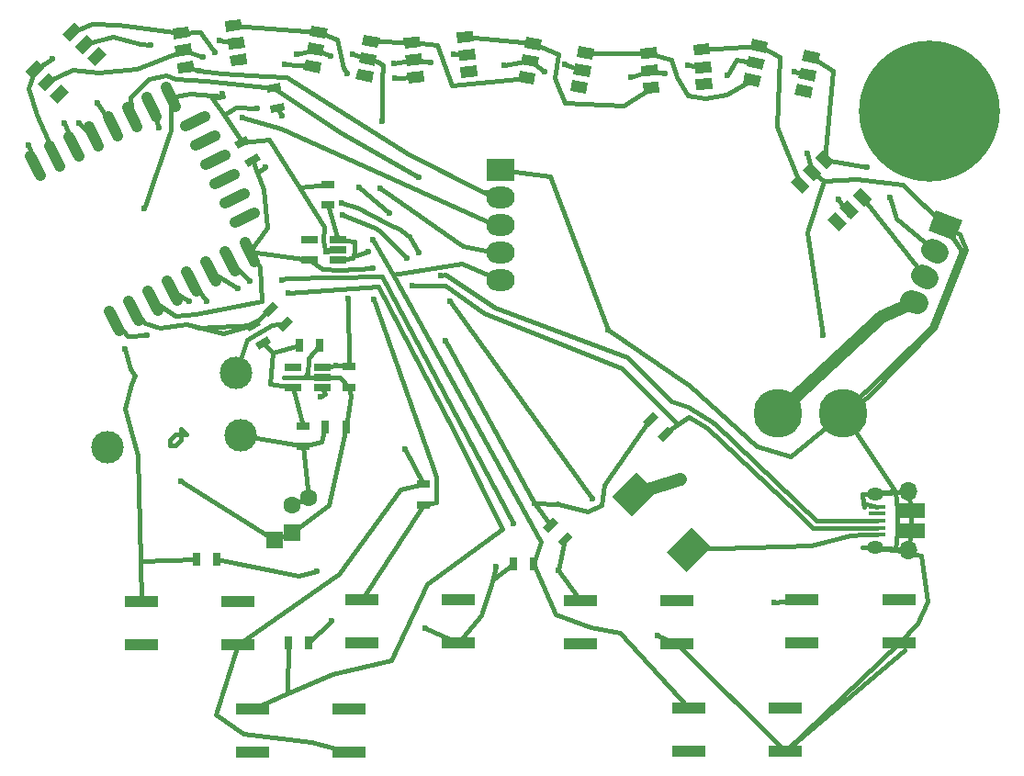
<source format=gtl>
G04 #@! TF.FileFunction,Copper,L1,Top,Signal*
%FSLAX46Y46*%
G04 Gerber Fmt 4.6, Leading zero omitted, Abs format (unit mm)*
G04 Created by KiCad (PCBNEW 4.0.7-e2-6376~58~ubuntu16.04.1) date Wed Apr 11 02:03:13 2018*
%MOMM*%
%LPD*%
G01*
G04 APERTURE LIST*
%ADD10C,0.100000*%
%ADD11R,0.700000X1.300000*%
%ADD12R,1.300000X0.700000*%
%ADD13C,1.000000*%
%ADD14C,2.000000*%
%ADD15R,1.600000X1.600000*%
%ADD16C,1.600000*%
%ADD17R,1.560000X0.650000*%
%ADD18R,3.100000X1.000000*%
%ADD19C,4.500000*%
%ADD20R,1.650000X0.400000*%
%ADD21O,1.500000X1.200000*%
%ADD22O,1.700000X1.700000*%
%ADD23R,2.500000X1.430000*%
%ADD24C,13.000000*%
%ADD25R,2.600000X2.000000*%
%ADD26O,2.600000X2.000000*%
%ADD27C,3.000000*%
%ADD28C,0.600000*%
%ADD29C,0.381000*%
%ADD30C,1.143000*%
G04 APERTURE END LIST*
D10*
D11*
X116590000Y-62410000D03*
X118490000Y-62410000D03*
D10*
G36*
X113261142Y-59280381D02*
X114180381Y-58361142D01*
X114675356Y-58856117D01*
X113756117Y-59775356D01*
X113261142Y-59280381D01*
X113261142Y-59280381D01*
G37*
G36*
X114604644Y-60623883D02*
X115523883Y-59704644D01*
X116018858Y-60199619D01*
X115099619Y-61118858D01*
X114604644Y-60623883D01*
X114604644Y-60623883D01*
G37*
D11*
X119020000Y-70000000D03*
X120920000Y-70000000D03*
D12*
X121170000Y-64400000D03*
X121170000Y-66300000D03*
D10*
G36*
X113032917Y-45340833D02*
X111907083Y-45990833D01*
X111557083Y-45384615D01*
X112682917Y-44734615D01*
X113032917Y-45340833D01*
X113032917Y-45340833D01*
G37*
G36*
X112082917Y-43695385D02*
X110957083Y-44345385D01*
X110607083Y-43739167D01*
X111732917Y-43089167D01*
X112082917Y-43695385D01*
X112082917Y-43695385D01*
G37*
D12*
X119220000Y-49510000D03*
X119220000Y-47610000D03*
D13*
X100012894Y-61041031D02*
X99104914Y-59259017D01*
X101794907Y-60133050D02*
X100886927Y-58351036D01*
X103576921Y-59225069D02*
X102668941Y-57443055D01*
X105358934Y-58317088D02*
X104450954Y-56535074D01*
X107140947Y-57409107D02*
X106232967Y-55627093D01*
X108922960Y-56501126D02*
X108014980Y-54719112D01*
X110704973Y-55593145D02*
X109796993Y-53811131D01*
X112486986Y-54685164D02*
X111579006Y-52903150D01*
X112453038Y-50213157D02*
X110671024Y-51121137D01*
X111545057Y-48431144D02*
X109763043Y-49339124D01*
X110637076Y-46649131D02*
X108855062Y-47557111D01*
X109729095Y-44867117D02*
X107947081Y-45775097D01*
X108821114Y-43085104D02*
X107039100Y-43993084D01*
X107913133Y-41303091D02*
X106131119Y-42211071D01*
X104315158Y-38647045D02*
X105223138Y-40429059D01*
X102533145Y-39555026D02*
X103441125Y-41337040D01*
X100751132Y-40463007D02*
X101659112Y-42245021D01*
X98969119Y-41370988D02*
X99877099Y-43153002D01*
X97187106Y-42278969D02*
X98095086Y-44060983D01*
X95405093Y-43186950D02*
X96313073Y-44968964D01*
X93623079Y-44094931D02*
X94531059Y-45876945D01*
X91841066Y-45002912D02*
X92749046Y-46784926D01*
D10*
G36*
X175329268Y-49965828D02*
X177739946Y-50939805D01*
X176990732Y-52794172D01*
X174580054Y-51820195D01*
X175329268Y-49965828D01*
X175329268Y-49965828D01*
G37*
D14*
X175486654Y-53847429D02*
X174930344Y-53622665D01*
X174535154Y-56202476D02*
X173978844Y-55977712D01*
X173583653Y-58557523D02*
X173027343Y-58332759D01*
D15*
X115900000Y-79680000D03*
D16*
X115900000Y-77180000D03*
D15*
X114300000Y-80350937D03*
D16*
X117500000Y-76509063D03*
D10*
G36*
X114002917Y-62180833D02*
X112877083Y-62830833D01*
X112527083Y-62224615D01*
X113652917Y-61574615D01*
X114002917Y-62180833D01*
X114002917Y-62180833D01*
G37*
G36*
X113052917Y-60535385D02*
X111927083Y-61185385D01*
X111577083Y-60579167D01*
X112702917Y-59929167D01*
X113052917Y-60535385D01*
X113052917Y-60535385D01*
G37*
G36*
X115275868Y-40787378D02*
X113995618Y-41013121D01*
X113874064Y-40323756D01*
X115154314Y-40098013D01*
X115275868Y-40787378D01*
X115275868Y-40787378D01*
G37*
G36*
X114945936Y-38916244D02*
X113665686Y-39141987D01*
X113544132Y-38452622D01*
X114824382Y-38226879D01*
X114945936Y-38916244D01*
X114945936Y-38916244D01*
G37*
D11*
X136320000Y-82600000D03*
X138220000Y-82600000D03*
D12*
X116960000Y-69840000D03*
X116960000Y-71740000D03*
X128020000Y-77150000D03*
X128020000Y-75250000D03*
D17*
X118720000Y-66320000D03*
X118720000Y-65370000D03*
X118720000Y-64420000D03*
X116020000Y-64420000D03*
X116020000Y-66320000D03*
X120210000Y-54590000D03*
X120210000Y-53640000D03*
X120210000Y-52690000D03*
X117510000Y-52690000D03*
X117510000Y-54590000D03*
D10*
G36*
X98100559Y-34905076D02*
X98807665Y-35612182D01*
X97747005Y-36672842D01*
X97039899Y-35965736D01*
X98100559Y-34905076D01*
X98100559Y-34905076D01*
G37*
G36*
X97004544Y-33809061D02*
X97711650Y-34516167D01*
X96650990Y-35576827D01*
X95943884Y-34869721D01*
X97004544Y-33809061D01*
X97004544Y-33809061D01*
G37*
G36*
X95837818Y-32642335D02*
X96544924Y-33349441D01*
X95484264Y-34410101D01*
X94777158Y-33702995D01*
X95837818Y-32642335D01*
X95837818Y-32642335D01*
G37*
G36*
X92372995Y-36107158D02*
X93080101Y-36814264D01*
X92019441Y-37874924D01*
X91312335Y-37167818D01*
X92372995Y-36107158D01*
X92372995Y-36107158D01*
G37*
G36*
X93504365Y-37238529D02*
X94211471Y-37945635D01*
X93150811Y-39006295D01*
X92443705Y-38299189D01*
X93504365Y-37238529D01*
X93504365Y-37238529D01*
G37*
G36*
X94635736Y-38369899D02*
X95342842Y-39077005D01*
X94282182Y-40137665D01*
X93575076Y-39430559D01*
X94635736Y-38369899D01*
X94635736Y-38369899D01*
G37*
G36*
X111671949Y-35513941D02*
X111811122Y-36504209D01*
X110325719Y-36712969D01*
X110186546Y-35722701D01*
X111671949Y-35513941D01*
X111671949Y-35513941D01*
G37*
G36*
X111456230Y-33979025D02*
X111595403Y-34969293D01*
X110110000Y-35178053D01*
X109970827Y-34187785D01*
X111456230Y-33979025D01*
X111456230Y-33979025D01*
G37*
G36*
X111226595Y-32345083D02*
X111365768Y-33335351D01*
X109880365Y-33544111D01*
X109741192Y-32553843D01*
X111226595Y-32345083D01*
X111226595Y-32345083D01*
G37*
G36*
X106374281Y-33027031D02*
X106513454Y-34017299D01*
X105028051Y-34226059D01*
X104888878Y-33235791D01*
X106374281Y-33027031D01*
X106374281Y-33027031D01*
G37*
G36*
X106596958Y-34611460D02*
X106736131Y-35601728D01*
X105250728Y-35810488D01*
X105111555Y-34820220D01*
X106596958Y-34611460D01*
X106596958Y-34611460D01*
G37*
G36*
X106819635Y-36195889D02*
X106958808Y-37186157D01*
X105473405Y-37394917D01*
X105334232Y-36404649D01*
X106819635Y-36195889D01*
X106819635Y-36195889D01*
G37*
G36*
X123470372Y-37188962D02*
X123296724Y-38173770D01*
X121819512Y-37913298D01*
X121993160Y-36928490D01*
X123470372Y-37188962D01*
X123470372Y-37188962D01*
G37*
G36*
X123739527Y-35662510D02*
X123565879Y-36647318D01*
X122088667Y-36386846D01*
X122262315Y-35402038D01*
X123739527Y-35662510D01*
X123739527Y-35662510D01*
G37*
G36*
X124026046Y-34037578D02*
X123852398Y-35022386D01*
X122375186Y-34761914D01*
X122548834Y-33777106D01*
X124026046Y-34037578D01*
X124026046Y-34037578D01*
G37*
G36*
X119200488Y-33186702D02*
X119026840Y-34171510D01*
X117549628Y-33911038D01*
X117723276Y-32926230D01*
X119200488Y-33186702D01*
X119200488Y-33186702D01*
G37*
G36*
X118922651Y-34762394D02*
X118749003Y-35747202D01*
X117271791Y-35486730D01*
X117445439Y-34501922D01*
X118922651Y-34762394D01*
X118922651Y-34762394D01*
G37*
G36*
X118644814Y-36338086D02*
X118471166Y-37322894D01*
X116993954Y-37062422D01*
X117167602Y-36077614D01*
X118644814Y-36338086D01*
X118644814Y-36338086D01*
G37*
G36*
X132917451Y-36609483D02*
X133021980Y-37604005D01*
X131530197Y-37760797D01*
X131425668Y-36766275D01*
X132917451Y-36609483D01*
X132917451Y-36609483D01*
G37*
G36*
X132755432Y-35067974D02*
X132859961Y-36062496D01*
X131368178Y-36219288D01*
X131263649Y-35224766D01*
X132755432Y-35067974D01*
X132755432Y-35067974D01*
G37*
G36*
X132582960Y-33427013D02*
X132687489Y-34421535D01*
X131195706Y-34578327D01*
X131091177Y-33583805D01*
X132582960Y-33427013D01*
X132582960Y-33427013D01*
G37*
G36*
X127709803Y-33939203D02*
X127814332Y-34933725D01*
X126322549Y-35090517D01*
X126218020Y-34095995D01*
X127709803Y-33939203D01*
X127709803Y-33939203D01*
G37*
G36*
X127877048Y-35530438D02*
X127981577Y-36524960D01*
X126489794Y-36681752D01*
X126385265Y-35687230D01*
X127877048Y-35530438D01*
X127877048Y-35530438D01*
G37*
G36*
X128044294Y-37121673D02*
X128148823Y-38116195D01*
X126657040Y-38272987D01*
X126552511Y-37278465D01*
X128044294Y-37121673D01*
X128044294Y-37121673D01*
G37*
G36*
X143240372Y-38248962D02*
X143066724Y-39233770D01*
X141589512Y-38973298D01*
X141763160Y-37988490D01*
X143240372Y-38248962D01*
X143240372Y-38248962D01*
G37*
G36*
X143509527Y-36722510D02*
X143335879Y-37707318D01*
X141858667Y-37446846D01*
X142032315Y-36462038D01*
X143509527Y-36722510D01*
X143509527Y-36722510D01*
G37*
G36*
X143796046Y-35097578D02*
X143622398Y-36082386D01*
X142145186Y-35821914D01*
X142318834Y-34837106D01*
X143796046Y-35097578D01*
X143796046Y-35097578D01*
G37*
G36*
X138970488Y-34246702D02*
X138796840Y-35231510D01*
X137319628Y-34971038D01*
X137493276Y-33986230D01*
X138970488Y-34246702D01*
X138970488Y-34246702D01*
G37*
G36*
X138692651Y-35822394D02*
X138519003Y-36807202D01*
X137041791Y-36546730D01*
X137215439Y-35561922D01*
X138692651Y-35822394D01*
X138692651Y-35822394D01*
G37*
G36*
X138414814Y-37398086D02*
X138241166Y-38382894D01*
X136763954Y-38122422D01*
X136937602Y-37137614D01*
X138414814Y-37398086D01*
X138414814Y-37398086D01*
G37*
G36*
X154638937Y-37794100D02*
X154708693Y-38791664D01*
X153212347Y-38896298D01*
X153142591Y-37898734D01*
X154638937Y-37794100D01*
X154638937Y-37794100D01*
G37*
G36*
X154530815Y-36247876D02*
X154600571Y-37245440D01*
X153104225Y-37350074D01*
X153034469Y-36352510D01*
X154530815Y-36247876D01*
X154530815Y-36247876D01*
G37*
G36*
X154415717Y-34601895D02*
X154485473Y-35599459D01*
X152989127Y-35704093D01*
X152919371Y-34706529D01*
X154415717Y-34601895D01*
X154415717Y-34601895D01*
G37*
G36*
X149527653Y-34943702D02*
X149597409Y-35941266D01*
X148101063Y-36045900D01*
X148031307Y-35048336D01*
X149527653Y-34943702D01*
X149527653Y-34943702D01*
G37*
G36*
X149639263Y-36539804D02*
X149709019Y-37537368D01*
X148212673Y-37642002D01*
X148142917Y-36644438D01*
X149639263Y-36539804D01*
X149639263Y-36539804D01*
G37*
G36*
X149750873Y-38135907D02*
X149820629Y-39133471D01*
X148324283Y-39238105D01*
X148254527Y-38240541D01*
X149750873Y-38135907D01*
X149750873Y-38135907D01*
G37*
G36*
X163961370Y-38646280D02*
X163753458Y-39624428D01*
X162286236Y-39312560D01*
X162494148Y-38334412D01*
X163961370Y-38646280D01*
X163961370Y-38646280D01*
G37*
G36*
X164283633Y-37130151D02*
X164075721Y-38108299D01*
X162608499Y-37796431D01*
X162816411Y-36818283D01*
X164283633Y-37130151D01*
X164283633Y-37130151D01*
G37*
G36*
X164626687Y-35516207D02*
X164418775Y-36494355D01*
X162951553Y-36182487D01*
X163159465Y-35204339D01*
X164626687Y-35516207D01*
X164626687Y-35516207D01*
G37*
G36*
X159833764Y-34497440D02*
X159625852Y-35475588D01*
X158158630Y-35163720D01*
X158366542Y-34185572D01*
X159833764Y-34497440D01*
X159833764Y-34497440D01*
G37*
G36*
X159501105Y-36062476D02*
X159293193Y-37040624D01*
X157825971Y-36728756D01*
X158033883Y-35750608D01*
X159501105Y-36062476D01*
X159501105Y-36062476D01*
G37*
G36*
X159168447Y-37627513D02*
X158960535Y-38605661D01*
X157493313Y-38293793D01*
X157701225Y-37315645D01*
X159168447Y-37627513D01*
X159168447Y-37627513D01*
G37*
G36*
X167104924Y-51200559D02*
X166397818Y-51907665D01*
X165337158Y-50847005D01*
X166044264Y-50139899D01*
X167104924Y-51200559D01*
X167104924Y-51200559D01*
G37*
G36*
X168200939Y-50104544D02*
X167493833Y-50811650D01*
X166433173Y-49750990D01*
X167140279Y-49043884D01*
X168200939Y-50104544D01*
X168200939Y-50104544D01*
G37*
G36*
X169367665Y-48937818D02*
X168660559Y-49644924D01*
X167599899Y-48584264D01*
X168307005Y-47877158D01*
X169367665Y-48937818D01*
X169367665Y-48937818D01*
G37*
G36*
X165902842Y-45472995D02*
X165195736Y-46180101D01*
X164135076Y-45119441D01*
X164842182Y-44412335D01*
X165902842Y-45472995D01*
X165902842Y-45472995D01*
G37*
G36*
X164771471Y-46604365D02*
X164064365Y-47311471D01*
X163003705Y-46250811D01*
X163710811Y-45543705D01*
X164771471Y-46604365D01*
X164771471Y-46604365D01*
G37*
G36*
X163640101Y-47735736D02*
X162932995Y-48442842D01*
X161872335Y-47382182D01*
X162579441Y-46675076D01*
X163640101Y-47735736D01*
X163640101Y-47735736D01*
G37*
D18*
X102055000Y-86040000D03*
X102055000Y-90040000D03*
X110965000Y-90040000D03*
X110965000Y-86040000D03*
X112275000Y-95930000D03*
X112275000Y-99930000D03*
X121185000Y-99930000D03*
X121185000Y-95930000D03*
X122335000Y-85870000D03*
X122335000Y-89870000D03*
X131245000Y-89870000D03*
X131245000Y-85870000D03*
X142535000Y-85930000D03*
X142535000Y-89930000D03*
X151445000Y-89930000D03*
X151445000Y-85930000D03*
X162955000Y-85860000D03*
X162955000Y-89860000D03*
X171865000Y-89860000D03*
X171865000Y-85860000D03*
X152515000Y-95840000D03*
X152515000Y-99840000D03*
X161425000Y-99840000D03*
X161425000Y-95840000D03*
D19*
X166700000Y-68700000D03*
X160700000Y-68700000D03*
D20*
X169860000Y-79900000D03*
X169860000Y-79250000D03*
X169860000Y-78600000D03*
X169860000Y-77950000D03*
X169860000Y-77300000D03*
D21*
X169740000Y-81020000D03*
X169740000Y-76180000D03*
D22*
X172740000Y-81330000D03*
X172740000Y-75870000D03*
D23*
X172980000Y-79560000D03*
X172980000Y-77640000D03*
D10*
G36*
X150474974Y-81467716D02*
X152737716Y-79204974D01*
X154576194Y-81043452D01*
X152313452Y-83306194D01*
X150474974Y-81467716D01*
X150474974Y-81467716D01*
G37*
G36*
X145383806Y-76376548D02*
X147646548Y-74113806D01*
X149485026Y-75952284D01*
X147222284Y-78215026D01*
X145383806Y-76376548D01*
X145383806Y-76376548D01*
G37*
G36*
X148281142Y-69450381D02*
X149200381Y-68531142D01*
X149695356Y-69026117D01*
X148776117Y-69945356D01*
X148281142Y-69450381D01*
X148281142Y-69450381D01*
G37*
G36*
X149624644Y-70793883D02*
X150543883Y-69874644D01*
X151038858Y-70369619D01*
X150119619Y-71288858D01*
X149624644Y-70793883D01*
X149624644Y-70793883D01*
G37*
D24*
X174680000Y-40850000D03*
D25*
X135128000Y-46228000D03*
D26*
X135128000Y-48768000D03*
X135128000Y-51308000D03*
X135128000Y-53848000D03*
X135128000Y-56388000D03*
D27*
X98920515Y-71820000D03*
X110785064Y-64970000D03*
X111220000Y-70723332D03*
D11*
X107120000Y-82140000D03*
X109020000Y-82140000D03*
X115560000Y-89840000D03*
X117460000Y-89840000D03*
D10*
G36*
X141808858Y-80089619D02*
X140889619Y-81008858D01*
X140394644Y-80513883D01*
X141313883Y-79594644D01*
X141808858Y-80089619D01*
X141808858Y-80089619D01*
G37*
G36*
X140465356Y-78746117D02*
X139546117Y-79665356D01*
X139051142Y-79170381D01*
X139970381Y-78251142D01*
X140465356Y-78746117D01*
X140465356Y-78746117D01*
G37*
D28*
X112760000Y-40580000D03*
X126340000Y-71970000D03*
X105670000Y-74990000D03*
X145080000Y-60990000D03*
X149620000Y-89170000D03*
X102320000Y-49840000D03*
X117350000Y-65210000D03*
X119080000Y-53785000D03*
X164900000Y-61525000D03*
X163475000Y-44730000D03*
X156060000Y-37570000D03*
X150285000Y-37350000D03*
X139210000Y-37185000D03*
X147220000Y-37675000D03*
X128750000Y-36350000D03*
X119480000Y-35785000D03*
X125365000Y-36460000D03*
X116350000Y-35560000D03*
X109515000Y-39245000D03*
X107690000Y-35800000D03*
X135480000Y-36575000D03*
X121090000Y-58085000D03*
X118530000Y-67140000D03*
X120005000Y-64315000D03*
X122935000Y-53765000D03*
X151770000Y-74825000D03*
X166340000Y-48960000D03*
X162280000Y-37170000D03*
X152400000Y-36580000D03*
X141110000Y-36530000D03*
X130830000Y-35620000D03*
X121550000Y-35620000D03*
X109210000Y-34310000D03*
X102920000Y-34750000D03*
X124250000Y-41800000D03*
X124090000Y-47970000D03*
X119580000Y-87820000D03*
X118190000Y-83260000D03*
X128190000Y-88510000D03*
X130048000Y-61976000D03*
X123430000Y-55320000D03*
X134700000Y-82840000D03*
X138330000Y-76975000D03*
X113445000Y-46005000D03*
X114970000Y-41230000D03*
X106440000Y-58400000D03*
X102570000Y-61500000D03*
X108100000Y-58320000D03*
X100570000Y-62775000D03*
X115030000Y-56390000D03*
X112045000Y-56470000D03*
X140515000Y-83170000D03*
X136370000Y-78840000D03*
X122100000Y-47835000D03*
X124905000Y-50250000D03*
X123495000Y-58225000D03*
X103630000Y-42365000D03*
X127600000Y-46910000D03*
X130480000Y-58395000D03*
X143610000Y-76585000D03*
X160430000Y-86110000D03*
X98005000Y-40050000D03*
X123425000Y-52650000D03*
X107420000Y-37130000D03*
X93840000Y-36050000D03*
X171095000Y-48790000D03*
X168960000Y-46025000D03*
X108800000Y-35410000D03*
X115260000Y-36545000D03*
X121035000Y-37370000D03*
X125425000Y-37780000D03*
X111375000Y-41405000D03*
X91630000Y-43930000D03*
X110905000Y-57160000D03*
X115595000Y-57570000D03*
X120520000Y-49330000D03*
X94975000Y-41960000D03*
X129640000Y-56010000D03*
X127630000Y-53890000D03*
X127000000Y-56896000D03*
X126492000Y-54356000D03*
X96255000Y-41910000D03*
X120585000Y-50370000D03*
D29*
X105156000Y-71628000D02*
X105664000Y-71120000D01*
X105664000Y-71120000D02*
X105664000Y-70104000D01*
X105664000Y-70104000D02*
X106172000Y-70612000D01*
X106172000Y-70612000D02*
X105156000Y-70612000D01*
X105156000Y-70612000D02*
X104648000Y-71120000D01*
X104648000Y-71120000D02*
X104648000Y-71628000D01*
X104648000Y-71628000D02*
X105156000Y-71628000D01*
X116020000Y-66320000D02*
X113870000Y-66000000D01*
X113870000Y-66000000D02*
X114160000Y-63110000D01*
X116590000Y-62410000D02*
X114160000Y-63110000D01*
X116020000Y-66320000D02*
X116960000Y-69840000D01*
X114160000Y-63110000D02*
X113265000Y-62202724D01*
X112760000Y-40580000D02*
X110800000Y-40480000D01*
X110800000Y-40480000D02*
X109648676Y-41212661D01*
X128020000Y-75250000D02*
X126340000Y-71970000D01*
X110965000Y-90040000D02*
X120250000Y-83480000D01*
X120250000Y-83480000D02*
X125900000Y-75720000D01*
X125900000Y-75720000D02*
X128020000Y-75250000D01*
X114300000Y-80350937D02*
X105670000Y-74990000D01*
X120920000Y-70000000D02*
X119360000Y-77170000D01*
X119360000Y-77170000D02*
X115900000Y-79680000D01*
X120920000Y-70000000D02*
X121385547Y-67075410D01*
X121385547Y-67075410D02*
X121385547Y-67075409D01*
X118490000Y-62410000D02*
X117470000Y-63570000D01*
X117470000Y-63570000D02*
X117350000Y-65210000D01*
X172740000Y-81330000D02*
X169740000Y-81020000D01*
X172980000Y-79560000D02*
X172740000Y-81330000D01*
X172980000Y-77640000D02*
X172980000Y-79560000D01*
X172740000Y-75870000D02*
X172980000Y-77640000D01*
X169740000Y-76180000D02*
X172740000Y-75870000D01*
X168620000Y-77020000D02*
X169860000Y-77300000D01*
X166700000Y-68700000D02*
X168930000Y-67220000D01*
X168930000Y-67220000D02*
X175210000Y-60840000D01*
X175210000Y-60840000D02*
X178090000Y-53640000D01*
X178090000Y-53640000D02*
X177470000Y-52220000D01*
X177470000Y-52220000D02*
X176160000Y-51380000D01*
X176160000Y-51380000D02*
X177640000Y-53700000D01*
X177640000Y-53700000D02*
X174900000Y-60690000D01*
X174900000Y-60690000D02*
X166700000Y-68700000D01*
X145080000Y-60990000D02*
X139730000Y-46860000D01*
X139730000Y-46860000D02*
X135128000Y-46228000D01*
X166700000Y-68700000D02*
X161890000Y-72630000D01*
X161890000Y-72630000D02*
X158780000Y-71740000D01*
X158780000Y-71740000D02*
X152640000Y-66140000D01*
X152640000Y-66140000D02*
X145080000Y-60990000D01*
X149620000Y-89170000D02*
X151445000Y-89930000D01*
X104769148Y-39538052D02*
X104740000Y-42630000D01*
X104740000Y-42630000D02*
X102320000Y-49840000D01*
X119220000Y-47610000D02*
X116580359Y-47884391D01*
X116580359Y-47884391D02*
X116580359Y-47884390D01*
X118720000Y-65370000D02*
X120335000Y-65400000D01*
X120335000Y-65400000D02*
X121170000Y-66300000D01*
X121170000Y-66300000D02*
X121385547Y-67075409D01*
X116930441Y-65364916D02*
X117350000Y-65210000D01*
X119080000Y-53785000D02*
X120210000Y-53640000D01*
X115900000Y-79680000D02*
X114300000Y-80350937D01*
X161425000Y-99840000D02*
X171865000Y-89860000D01*
X164979064Y-47284265D02*
X163450000Y-52025000D01*
X163450000Y-52025000D02*
X164900000Y-61525000D01*
X163887588Y-46427588D02*
X164979064Y-47284265D01*
X164979064Y-47284265D02*
X164980000Y-47285000D01*
X164980000Y-47285000D02*
X167985000Y-47080000D01*
X167985000Y-47080000D02*
X172210000Y-47630000D01*
X172210000Y-47630000D02*
X176160000Y-51380000D01*
X163475000Y-44730000D02*
X163887588Y-46427588D01*
X158663538Y-36395616D02*
X156930000Y-36130000D01*
X156930000Y-36130000D02*
X156910000Y-36130000D01*
X156910000Y-36130000D02*
X156060000Y-37570000D01*
X150285000Y-37350000D02*
X148925968Y-37090903D01*
X137867221Y-36184562D02*
X139210000Y-37185000D01*
X147220000Y-37675000D02*
X148925968Y-37090903D01*
X127183421Y-36106095D02*
X128750000Y-36350000D01*
X135480000Y-36575000D02*
X137867221Y-36184562D01*
X118097221Y-35124562D02*
X119480000Y-35785000D01*
X125365000Y-36460000D02*
X127183421Y-36106095D01*
X110965000Y-90040000D02*
X108910000Y-96450000D01*
X108910000Y-96450000D02*
X111455000Y-98210000D01*
X111455000Y-98210000D02*
X117710000Y-99020000D01*
X117710000Y-99020000D02*
X121185000Y-99930000D01*
X171865000Y-89860000D02*
X173590000Y-88095000D01*
X173590000Y-88095000D02*
X174540000Y-86025000D01*
X174540000Y-86025000D02*
X173900000Y-81835000D01*
X173900000Y-81835000D02*
X171530000Y-81330000D01*
X161425000Y-99840000D02*
X172375000Y-90500000D01*
X151445000Y-89930000D02*
X161425000Y-99840000D01*
X171530000Y-81330000D02*
X168530000Y-81020000D01*
X171770000Y-79560000D02*
X171530000Y-81330000D01*
X171770000Y-77640000D02*
X171770000Y-79560000D01*
X171770000Y-77640000D02*
X171530000Y-75870000D01*
X168530000Y-76180000D02*
X168620000Y-77020000D01*
X168620000Y-77020000D02*
X168650000Y-77300000D01*
X171530000Y-75870000D02*
X168530000Y-76180000D01*
X166700000Y-68700000D02*
X171530000Y-75870000D01*
X118097221Y-35124562D02*
X116350000Y-35560000D01*
X93327588Y-38122412D02*
X95690000Y-37020000D01*
X101590000Y-36930000D02*
X105923843Y-35210974D01*
X98080000Y-37260000D02*
X101590000Y-36930000D01*
X95690000Y-37020000D02*
X98080000Y-37260000D01*
X105923843Y-35210974D02*
X107690000Y-35800000D01*
X109515000Y-39245000D02*
X109549293Y-39459502D01*
X120210000Y-53640000D02*
X119010000Y-53600000D01*
X113790000Y-43480000D02*
X111345000Y-43717276D01*
X118890000Y-51530000D02*
X116580359Y-47884390D01*
X116580359Y-47884390D02*
X113790000Y-43480000D01*
X118810000Y-52770000D02*
X118890000Y-51530000D01*
X119010000Y-53600000D02*
X118810000Y-52770000D01*
X111345000Y-43717276D02*
X109648676Y-41212661D01*
X109648676Y-41212661D02*
X108570000Y-39620000D01*
X106510000Y-39230000D02*
X104769148Y-39538052D01*
X108570000Y-39620000D02*
X109549293Y-39459502D01*
X109549293Y-39459502D02*
X106510000Y-39230000D01*
X115200000Y-65360000D02*
X116930441Y-65364916D01*
X116930441Y-65364916D02*
X118720000Y-65370000D01*
X112315000Y-60557276D02*
X113968249Y-59068249D01*
X112315000Y-60557276D02*
X107271751Y-60788249D01*
X107271751Y-60788249D02*
X106910288Y-60649715D01*
X106910288Y-60649715D02*
X107271751Y-60788249D01*
X109581751Y-61298249D02*
X106170000Y-60470000D01*
X102390000Y-60390000D02*
X101340917Y-59242043D01*
X103770000Y-60800000D02*
X102390000Y-60390000D01*
X106170000Y-60470000D02*
X103770000Y-60800000D01*
X112315000Y-60557276D02*
X109581751Y-61298249D01*
X115311751Y-60411751D02*
X114080000Y-60600000D01*
X114080000Y-60600000D02*
X111790000Y-61940000D01*
X111790000Y-61940000D02*
X110785064Y-64970000D01*
X116960000Y-71740000D02*
X118610000Y-71320000D01*
X118610000Y-71320000D02*
X119020000Y-70000000D01*
X111220000Y-70723332D02*
X116170000Y-71550000D01*
X116170000Y-71550000D02*
X116960000Y-71740000D01*
X117500000Y-76509063D02*
X115900000Y-77180000D01*
X116960000Y-71740000D02*
X117500000Y-76509063D01*
X119220000Y-49510000D02*
X120210000Y-52690000D01*
X121170000Y-64400000D02*
X121090000Y-58085000D01*
X120005000Y-64315000D02*
X118720000Y-64420000D01*
X119012900Y-66930208D02*
X118530000Y-67140000D01*
X120005000Y-64315000D02*
X121170000Y-64400000D01*
X119012900Y-66930208D02*
X118720000Y-66320000D01*
X121577471Y-54228880D02*
X122935000Y-53765000D01*
X123850000Y-36290000D02*
X122914097Y-36024678D01*
X120210000Y-54590000D02*
X121535000Y-54420000D01*
X121535000Y-54420000D02*
X121577471Y-54228880D01*
X121577471Y-54228880D02*
X121685000Y-53745000D01*
X121685000Y-53745000D02*
X121685000Y-52820000D01*
X121685000Y-52820000D02*
X120210000Y-52690000D01*
D30*
X147434416Y-76164416D02*
X151770000Y-74825000D01*
X160700000Y-68700000D02*
X170265000Y-59820000D01*
X170265000Y-59820000D02*
X173305498Y-58445141D01*
D29*
X166340000Y-48960000D02*
X167227056Y-50397767D01*
X152400000Y-36580000D02*
X153817520Y-36798975D01*
X141110000Y-36530000D02*
X142684097Y-37084678D01*
X130830000Y-35620000D02*
X132061805Y-35643631D01*
X121550000Y-35620000D02*
X122914097Y-36024678D01*
X96827767Y-34692944D02*
X99410000Y-33940000D01*
X109210000Y-34310000D02*
X110783115Y-34578539D01*
X101960000Y-34640000D02*
X102920000Y-34750000D01*
X99410000Y-33940000D02*
X101960000Y-34640000D01*
X162280000Y-37170000D02*
X163576066Y-37498291D01*
X124360000Y-36635000D02*
X123850000Y-36290000D01*
X124250000Y-41800000D02*
X124235000Y-37915000D01*
X124235000Y-37915000D02*
X124360000Y-36635000D01*
X125160000Y-48730000D02*
X124090000Y-47970000D01*
X134615000Y-53890000D02*
X131710000Y-53265000D01*
X131710000Y-53265000D02*
X125160000Y-48730000D01*
X139758249Y-78958249D02*
X138330000Y-76975000D01*
X117460000Y-89840000D02*
X119580000Y-87820000D01*
X109020000Y-82140000D02*
X116510000Y-83710000D01*
X116510000Y-83710000D02*
X118190000Y-83260000D01*
X128190000Y-88510000D02*
X131245000Y-89870000D01*
X130048000Y-61976000D02*
X138330000Y-76975000D01*
X117510000Y-54590000D02*
X118690000Y-55365000D01*
X118690000Y-55365000D02*
X120365000Y-55445000D01*
X120365000Y-55445000D02*
X123430000Y-55320000D01*
X140510000Y-77032232D02*
X143195000Y-77730000D01*
X143195000Y-77730000D02*
X144480000Y-77170000D01*
X144480000Y-77170000D02*
X144700000Y-75270000D01*
X144700000Y-75270000D02*
X148988249Y-69238249D01*
X134390671Y-84193215D02*
X134700000Y-82840000D01*
X138330000Y-76975000D02*
X140510000Y-77032232D01*
X140510000Y-77032232D02*
X140425000Y-77030000D01*
X131245000Y-89870000D02*
X133420000Y-87335000D01*
X133420000Y-87335000D02*
X134390671Y-84193215D01*
X134390671Y-84193215D02*
X134455000Y-83985000D01*
X134455000Y-83985000D02*
X136320000Y-82600000D01*
X112730550Y-46476277D02*
X113445000Y-46005000D01*
X114970000Y-41230000D02*
X114574966Y-40555567D01*
X117510000Y-54590000D02*
X112032996Y-53794157D01*
X112032996Y-53794157D02*
X113630000Y-51610000D01*
X113350000Y-48060000D02*
X112730550Y-46476277D01*
X112730550Y-46476277D02*
X112295000Y-45362724D01*
X113630000Y-51610000D02*
X113350000Y-48060000D01*
X103122931Y-58334062D02*
X105160000Y-59690000D01*
X112980000Y-55250000D02*
X112032996Y-53794157D01*
X113180000Y-58360000D02*
X112980000Y-55250000D01*
X107020000Y-59560000D02*
X113180000Y-58360000D01*
X105160000Y-59690000D02*
X107020000Y-59560000D01*
X99558904Y-60150024D02*
X100780000Y-61620000D01*
X106440000Y-58400000D02*
X104904944Y-57426081D01*
X100780000Y-61620000D02*
X102570000Y-61500000D01*
X107120000Y-82140000D02*
X101950874Y-82303946D01*
X101950874Y-82303946D02*
X101950874Y-82303959D01*
X108100000Y-58320000D02*
X106686957Y-56518100D01*
X100505000Y-68255000D02*
X101115000Y-65975000D01*
X101115000Y-65975000D02*
X101435000Y-65225000D01*
X101435000Y-65225000D02*
X101055000Y-64650000D01*
X101055000Y-64650000D02*
X100570000Y-62775000D01*
X102055000Y-86040000D02*
X101950874Y-82303959D01*
X101950874Y-82303959D02*
X101680000Y-72585000D01*
X101680000Y-72585000D02*
X100505000Y-68255000D01*
X141101751Y-80301751D02*
X140515000Y-83170000D01*
X115355000Y-56266906D02*
X115030000Y-56390000D01*
X112045000Y-56470000D02*
X110250983Y-54702138D01*
X142535000Y-85930000D02*
X140515000Y-83170000D01*
X136370000Y-78840000D02*
X124275000Y-56105000D01*
X124275000Y-56105000D02*
X115355000Y-56266906D01*
X115355000Y-56266906D02*
X115460000Y-56265000D01*
X128020000Y-77150000D02*
X122335000Y-85870000D01*
X122100000Y-47835000D02*
X124905000Y-50250000D01*
X123495000Y-58225000D02*
X129250000Y-74545000D01*
X129250000Y-74545000D02*
X129250000Y-76945000D01*
X129250000Y-76945000D02*
X128020000Y-77150000D01*
X102987135Y-40446033D02*
X103630000Y-42365000D01*
X114245034Y-38684433D02*
X120510000Y-42865000D01*
X120510000Y-42865000D02*
X127600000Y-46910000D01*
X130480000Y-58395000D02*
X143610000Y-76585000D01*
X160430000Y-86110000D02*
X162955000Y-85860000D01*
X114245034Y-38684433D02*
X107970000Y-38070000D01*
X101040000Y-39580000D02*
X101205122Y-41354014D01*
X102730000Y-37910000D02*
X101040000Y-39580000D01*
X104320000Y-37570000D02*
X102730000Y-37910000D01*
X105220000Y-37890000D02*
X104320000Y-37570000D01*
X107970000Y-38070000D02*
X105220000Y-37890000D01*
X131572000Y-54864000D02*
X125235699Y-55920050D01*
X125235699Y-55920050D02*
X125235699Y-55920051D01*
X135128000Y-56388000D02*
X131572000Y-54864000D01*
X138220000Y-82600000D02*
X140250000Y-87235000D01*
X140250000Y-87235000D02*
X143420000Y-88390000D01*
X143420000Y-88390000D02*
X146140000Y-88940000D01*
X146140000Y-88940000D02*
X152515000Y-95840000D01*
X99423109Y-42261995D02*
X98005000Y-40050000D01*
X123425000Y-52650000D02*
X125235699Y-55920051D01*
X125235699Y-55920051D02*
X138860000Y-80525000D01*
X138860000Y-80525000D02*
X138220000Y-82600000D01*
X107420000Y-37130000D02*
X109470000Y-37400000D01*
X109470000Y-37400000D02*
X113490000Y-37645000D01*
X113490000Y-37645000D02*
X115460000Y-37675000D01*
X115460000Y-37675000D02*
X126685000Y-44805000D01*
X107420000Y-37130000D02*
X106146520Y-36795403D01*
X92196218Y-36991041D02*
X93840000Y-36050000D01*
X92196218Y-36991041D02*
X91680000Y-38760000D01*
X92370000Y-41160000D02*
X94077069Y-44985938D01*
X91680000Y-38760000D02*
X92370000Y-41160000D01*
X126685000Y-44805000D02*
X133588145Y-48291393D01*
X133588145Y-48291393D02*
X134651393Y-48291393D01*
X134651393Y-48291393D02*
X135128000Y-48768000D01*
X133588145Y-48291393D02*
X134615000Y-48810000D01*
X163789120Y-35849347D02*
X165770000Y-37085000D01*
X165770000Y-37085000D02*
X165018959Y-45296218D01*
X175208499Y-53735047D02*
X171645000Y-50720000D01*
X171645000Y-50720000D02*
X171095000Y-48790000D01*
X168960000Y-46025000D02*
X165018959Y-45296218D01*
X168483782Y-48761041D02*
X174256999Y-56090094D01*
X105701166Y-33626545D02*
X107485000Y-33530000D01*
X107485000Y-33530000D02*
X108800000Y-35410000D01*
X115260000Y-36545000D02*
X117819384Y-36700254D01*
X95661041Y-33526218D02*
X97510000Y-32810000D01*
X99960000Y-32870000D02*
X105701166Y-33626545D01*
X97510000Y-32810000D02*
X99960000Y-32870000D01*
X118375058Y-33548870D02*
X120075000Y-34230000D01*
X120075000Y-34230000D02*
X120685000Y-36820000D01*
X120685000Y-36820000D02*
X121035000Y-37370000D01*
X125425000Y-37780000D02*
X127350667Y-37697330D01*
X110553480Y-32944597D02*
X118375058Y-33548870D01*
X137589384Y-37760254D02*
X130690000Y-38440000D01*
X130690000Y-38440000D02*
X129355000Y-34700000D01*
X129355000Y-34700000D02*
X127016176Y-34514860D01*
X123200616Y-34399746D02*
X127016176Y-34514860D01*
X138145058Y-34608870D02*
X140450000Y-35600000D01*
X140450000Y-35600000D02*
X140165000Y-37755000D01*
X140165000Y-37755000D02*
X141080000Y-40050000D01*
X141080000Y-40050000D02*
X146530000Y-40295000D01*
X146530000Y-40295000D02*
X149037578Y-38687006D01*
X131889333Y-34002670D02*
X138145058Y-34608870D01*
X148814358Y-35494801D02*
X150935000Y-36130000D01*
X150935000Y-36130000D02*
X151385000Y-37735000D01*
X151385000Y-37735000D02*
X152440000Y-39360000D01*
X152440000Y-39360000D02*
X154045000Y-39685000D01*
X154045000Y-39685000D02*
X155995000Y-39320000D01*
X155995000Y-39320000D02*
X158330880Y-37960653D01*
X142970616Y-35459746D02*
X148814358Y-35494801D01*
X111375000Y-41405000D02*
X114880000Y-42460000D01*
X114880000Y-42460000D02*
X134615000Y-51350000D01*
X92295056Y-45893919D02*
X91630000Y-43930000D01*
X162756218Y-47558959D02*
X160655000Y-42245000D01*
X160655000Y-42245000D02*
X160880000Y-35820000D01*
X160880000Y-35820000D02*
X158996197Y-34830580D01*
X158996197Y-34830580D02*
X153702422Y-35152994D01*
X169860000Y-79900000D02*
X168650000Y-79900000D01*
X168650000Y-79900000D02*
X167450000Y-79910000D01*
X163800000Y-80910000D02*
X152525584Y-81255584D01*
X167450000Y-79910000D02*
X163800000Y-80910000D01*
X115560000Y-89840000D02*
X115517899Y-94534210D01*
X108468970Y-55610119D02*
X110905000Y-57160000D01*
X115595000Y-57570000D02*
X123865000Y-57035000D01*
X123865000Y-57035000D02*
X130745000Y-70090000D01*
X130745000Y-70090000D02*
X135330000Y-79400000D01*
X135330000Y-79400000D02*
X128410000Y-84435000D01*
X128410000Y-84435000D02*
X125115000Y-91475000D01*
X125115000Y-91475000D02*
X119640000Y-92760000D01*
X119640000Y-92760000D02*
X115517899Y-94534210D01*
X115517899Y-94534210D02*
X112275000Y-95930000D01*
X169860000Y-78600000D02*
X168650000Y-78600000D01*
X126760000Y-52394382D02*
X125914883Y-51777600D01*
X121930000Y-49705000D02*
X124790000Y-51250000D01*
X124790000Y-51250000D02*
X125914883Y-51777600D01*
X125914883Y-51777600D02*
X125920000Y-51780000D01*
X121930000Y-49705000D02*
X120520000Y-49330000D01*
X130048000Y-55880000D02*
X129640000Y-56010000D01*
X127630000Y-53890000D02*
X126760000Y-52394382D01*
X126760000Y-52394382D02*
X126740000Y-52360000D01*
X154883398Y-69655527D02*
X152400000Y-68072000D01*
X152400000Y-68072000D02*
X150876000Y-67564000D01*
X150876000Y-67564000D02*
X146812000Y-63500000D01*
X146812000Y-63500000D02*
X134620000Y-58928000D01*
X134620000Y-58928000D02*
X130048000Y-55880000D01*
X168650000Y-78600000D02*
X164285000Y-78595000D01*
X164285000Y-78595000D02*
X154883398Y-69655527D01*
X154883398Y-69655527D02*
X154825000Y-69600000D01*
X94975000Y-41960000D02*
X95859083Y-44077957D01*
X169860000Y-79250000D02*
X168650000Y-79250000D01*
X151484975Y-69733235D02*
X146304000Y-64516000D01*
X146304000Y-64516000D02*
X133604000Y-59436000D01*
X133604000Y-59436000D02*
X130048000Y-56896000D01*
X130048000Y-56896000D02*
X127000000Y-56896000D01*
X126492000Y-54356000D02*
X123952000Y-51816000D01*
X123952000Y-51816000D02*
X123560000Y-51550000D01*
X150331751Y-70581751D02*
X151484975Y-69733235D01*
X151484975Y-69733235D02*
X152494283Y-68990609D01*
X154230000Y-70075000D02*
X162535000Y-77830000D01*
X97641096Y-43169976D02*
X96255000Y-41910000D01*
X120585000Y-50370000D02*
X123560000Y-51550000D01*
X152494283Y-68990609D02*
X154230000Y-70075000D01*
X168650000Y-79250000D02*
X163945000Y-79265000D01*
X163945000Y-79265000D02*
X162535000Y-77830000D01*
M02*

</source>
